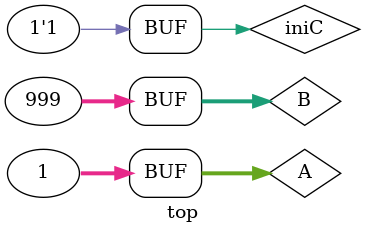
<source format=v>
`include "recursiveDouble.v"

module top;
	reg [31:0] A,B;
	wire [31:0] Sum;
	wire Carry;
	reg iniC;

	CLA cr(A,B,Sum,iniC,Carry);
	initial
		begin
			A[31:0]=32'd6; B[31:0]=32'd10; iniC = 0;
			#5 A[31:0]=32'd45000; B[31:0]=32'd4; iniC = 1;
			#5 A[31:0]= 32'd1; B[31:0]=32'd999; iniC = 1;
		end

	initial
		begin
			$monitor($time, ": A=%d B=%d Cin=%d, Sum=%d Carry=%d\n", A,B,iniC,Sum,Carry);
			$dumpfile("cla.vcd");
			$dumpvars;
		end

endmodule

</source>
